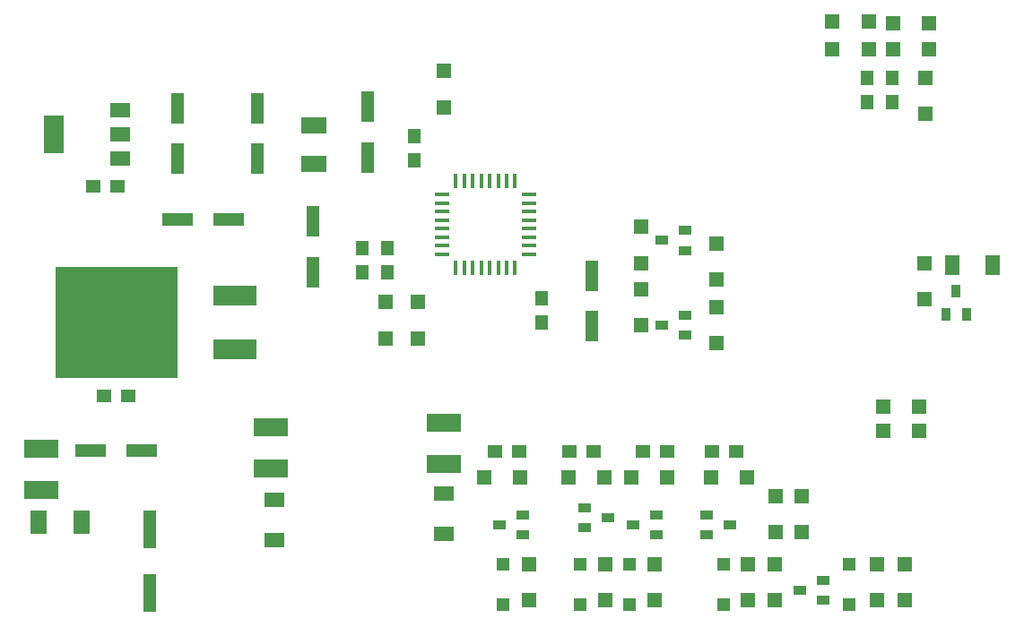
<source format=gbr>
G04 DesignSpark PCB Gerber Version 11.0 Build 5877*
G04 #@! TF.Part,Single*
G04 #@! TF.FileFunction,Paste,Top*
G04 #@! TF.FilePolarity,Positive*
%FSLAX35Y35*%
%MOIN*%
G04 #@! TA.AperFunction,SMDPad,CuDef*
%ADD149R,0.01400X0.05200*%
%ADD155R,0.03337X0.04912*%
%ADD146R,0.04900X0.05400*%
%ADD145R,0.04912X0.11211*%
%ADD141R,0.04912X0.14361*%
%ADD154R,0.05700X0.07400*%
%ADD142R,0.06487X0.08849*%
%ADD152R,0.04912X0.04912*%
%ADD153R,0.05306X0.05306*%
%ADD150R,0.05700X0.05700*%
%ADD148R,0.05200X0.01400*%
%ADD151R,0.04912X0.03337*%
%ADD139R,0.05400X0.04900*%
%ADD140R,0.11211X0.04912*%
%ADD143R,0.07274X0.05306*%
%ADD156R,0.07400X0.05700*%
%ADD147R,0.09600X0.06400*%
%ADD157R,0.12786X0.06880*%
%ADD158R,0.16400X0.07400*%
%ADD144R,0.07274X0.14361*%
%ADD159R,0.45400X0.41400*%
G04 #@! TD.AperFunction*
X0Y0D02*
D02*
D139*
X30850Y214800D03*
X35050Y136800D03*
X39850Y214800D03*
X44050Y136800D03*
X180450Y116200D03*
X189450D03*
X208050D03*
X217050D03*
X235250D03*
X244250D03*
X261050D03*
X270050D03*
D02*
D140*
X30001Y116300D03*
X48899D03*
X62401Y202300D03*
X81299D03*
D02*
D141*
X51850Y63489D03*
Y87111D03*
D02*
D142*
X10578Y89800D03*
X26522D03*
D02*
D143*
X40952Y224945D03*
Y234000D03*
Y243055D03*
D02*
D144*
X16148Y234000D03*
D02*
D145*
X62250Y224951D03*
Y243849D03*
X91950Y224951D03*
Y243849D03*
X112650Y182751D03*
Y201649D03*
X132950Y225451D03*
Y244349D03*
X216250Y162651D03*
Y181549D03*
D02*
D146*
X130950Y182900D03*
Y191900D03*
X140250Y182900D03*
Y191900D03*
X150350Y224300D03*
Y233300D03*
X197750Y164200D03*
Y173200D03*
X318650Y246000D03*
Y255000D03*
X327850Y246000D03*
Y255000D03*
D02*
D147*
X113050Y223100D03*
Y237300D03*
D02*
D148*
X160533Y189576D03*
Y192726D03*
Y195876D03*
Y199025D03*
Y202175D03*
Y205324D03*
Y208474D03*
Y211624D03*
X192967Y189576D03*
Y192726D03*
Y195876D03*
Y199025D03*
Y202175D03*
Y205324D03*
Y208474D03*
Y211624D03*
D02*
D149*
X165726Y184383D03*
Y216817D03*
X168876Y184383D03*
Y216817D03*
X172026Y184383D03*
Y216817D03*
X175175Y184383D03*
Y216817D03*
X178325Y184383D03*
Y216817D03*
X181474Y184383D03*
Y216817D03*
X184624Y184383D03*
Y216817D03*
X187774Y184383D03*
Y216817D03*
D02*
D150*
X139750Y158200D03*
Y171600D03*
X151750Y158200D03*
Y171600D03*
X161450Y244200D03*
Y257600D03*
X176350Y106500D03*
X189750D03*
X192850Y60800D03*
Y74200D03*
X207650Y106500D03*
X221050D03*
X221350Y60800D03*
Y74200D03*
X230950Y106500D03*
X234650Y163000D03*
Y176400D03*
Y186200D03*
Y199600D03*
X239750Y60800D03*
Y74200D03*
X244350Y106500D03*
X260550D03*
X262650Y156500D03*
Y169900D03*
Y180000D03*
Y193400D03*
X273950Y106500D03*
X274250Y60800D03*
Y74200D03*
X284450Y60800D03*
Y74200D03*
X284550Y86000D03*
Y99400D03*
X294450Y86000D03*
Y99400D03*
X322250Y60800D03*
Y74200D03*
X324550Y123800D03*
X324650Y132700D03*
X328250Y265700D03*
Y275500D03*
X332750Y60800D03*
Y74200D03*
X337950Y123800D03*
X338050Y132700D03*
X339950Y172800D03*
Y186200D03*
X340150Y241800D03*
Y255200D03*
X341650Y265700D03*
Y275500D03*
D02*
D151*
X182119Y88700D03*
X190781Y84960D03*
Y92440D03*
X213719Y87660D03*
Y95140D03*
X222381Y91400D03*
X231519Y88700D03*
X240181Y84960D03*
Y92440D03*
X242419Y163100D03*
Y194600D03*
X251081Y159360D03*
Y166840D03*
Y190860D03*
Y198340D03*
X259119Y84960D03*
Y92440D03*
X267781Y88700D03*
X293719Y64500D03*
X302381Y60760D03*
Y68240D03*
D02*
D152*
X183450Y59020D03*
Y73980D03*
X211950Y59020D03*
Y73980D03*
X230250Y59020D03*
Y73980D03*
X265350Y59020D03*
Y73980D03*
X311850Y59020D03*
Y73980D03*
D02*
D153*
X305560Y265700D03*
Y276000D03*
X319340Y265700D03*
Y276000D03*
D02*
D154*
X350150Y185400D03*
X365150D03*
D02*
D155*
X348010Y167169D03*
X351750Y175831D03*
X355490Y167169D03*
D02*
D156*
X98250Y83100D03*
Y98100D03*
X161450Y85400D03*
Y100400D03*
D02*
D157*
X11750Y101723D03*
Y117077D03*
X96950Y109823D03*
Y125177D03*
X161350Y111523D03*
Y126877D03*
D02*
D158*
X83650Y154100D03*
Y174100D03*
D02*
D159*
X39650Y164100D03*
X0Y0D02*
M02*

</source>
